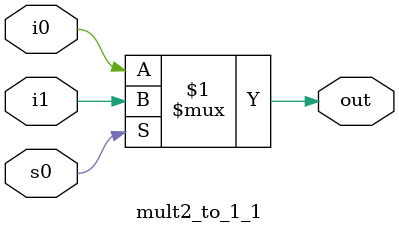
<source format=v>
module mult2_to_1_1(out, i0,i1,s0);
output out;
input i0,i1;
input s0;
assign out = s0 ? i1:i0;
endmodule

</source>
